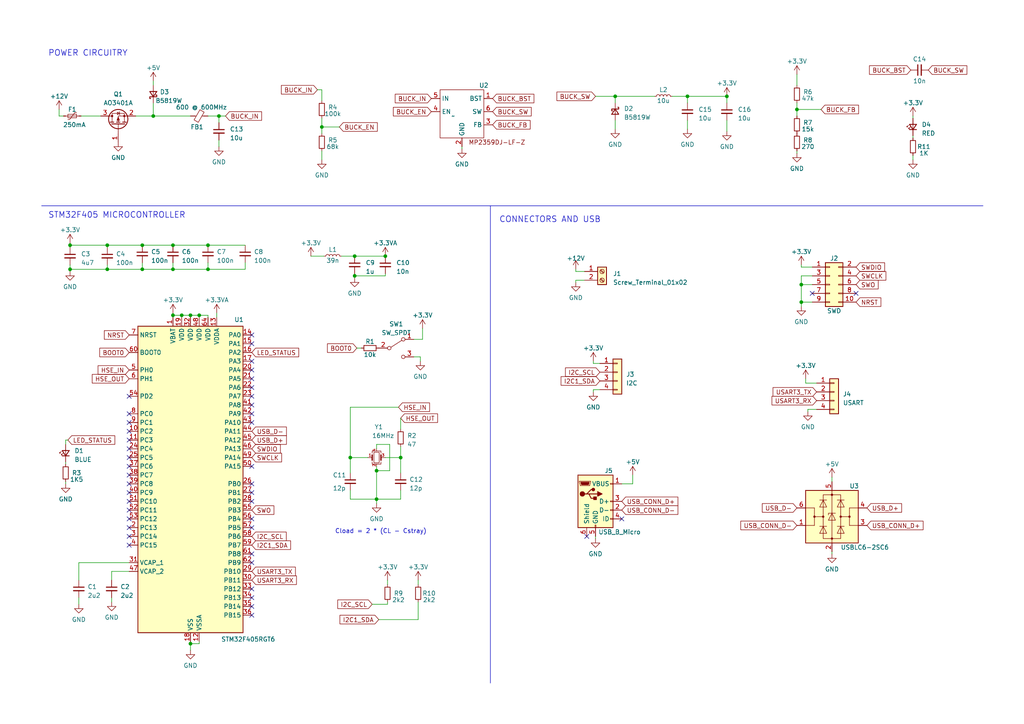
<source format=kicad_sch>
(kicad_sch (version 20230121) (generator eeschema)
  (paper "A4")
  (title_block (title "STM32F4 Test Board") (date "2023-05-26") (rev "v1.0") (company "SAI KRISHNA DASARI"))
  (lib_symbols
    (symbol "Connector:Screw_Terminal_01x02" (pin_names (offset 1.016) hide)
      (property "Reference" "J" (at 0 2.54 0))
      (property "Value" "Screw_Terminal_01x02" (at 0 -5.08 0))
      (symbol "Screw_Terminal_01x02_1_1"
        (pin passive line (at -5.08 0 0) (length 3.81) (name "Pin_1") (number "1"))
        (pin passive line (at -5.08 -2.54 0) (length 3.81) (name "Pin_2") (number "2"))
      )
    )
    (symbol "Connector:USB_B_Micro" (pin_names (offset 1.016))
      (property "Reference" "J" (at -5.08 11.43 0))
      (property "Value" "USB_B_Micro" (at -5.08 8.89 0))
      (symbol "USB_B_Micro_1_1"
        (pin power_out line (at 7.62 5.08 180) (length 2.54) (name "VBUS") (number "1"))
        (pin bidirectional line (at 7.62 -2.54 180) (length 2.54) (name "D-") (number "2"))
        (pin bidirectional line (at 7.62 0 180) (length 2.54) (name "D+") (number "3"))
        (pin passive line (at 7.62 -5.08 180) (length 2.54) (name "ID") (number "4"))
        (pin power_out line (at 0 -10.16 90) (length 2.54) (name "GND") (number "5"))
        (pin passive line (at -2.54 -10.16 90) (length 2.54) (name "Shield") (number "6"))
      )
    )
    (symbol "Connector_Generic:Conn_01x04" (pin_names (offset 1.016) hide)
      (property "Reference" "J" (at 0 5.08 0))
      (property "Value" "Conn_01x04" (at 0 -7.62 0))
      (symbol "Conn_01x04_1_1"
        (pin passive line (at -5.08 2.54 0) (length 3.81) (name "Pin_1") (number "1"))
        (pin passive line (at -5.08 0 0) (length 3.81) (name "Pin_2") (number "2"))
        (pin passive line (at -5.08 -2.54 0) (length 3.81) (name "Pin_3") (number "3"))
        (pin passive line (at -5.08 -5.08 0) (length 3.81) (name "Pin_4") (number "4"))
      )
    )
    (symbol "Connector_Generic:Conn_02x05_Odd_Even" (pin_names (offset 1.016) hide)
      (property "Reference" "J" (at 1.27 7.62 0))
      (property "Value" "Conn_02x05_Odd_Even" (at 1.27 -7.62 0))
      (symbol "Conn_02x05_Odd_Even_1_1"
        (pin passive line (at -5.08 5.08 0) (length 3.81) (name "Pin_1") (number "1"))
        (pin passive line (at 7.62 -5.08 180) (length 3.81) (name "Pin_10") (number "10"))
        (pin passive line (at 7.62 5.08 180) (length 3.81) (name "Pin_2") (number "2"))
        (pin passive line (at -5.08 2.54 0) (length 3.81) (name "Pin_3") (number "3"))
        (pin passive line (at 7.62 2.54 180) (length 3.81) (name "Pin_4") (number "4"))
        (pin passive line (at -5.08 0 0) (length 3.81) (name "Pin_5") (number "5"))
        (pin passive line (at 7.62 0 180) (length 3.81) (name "Pin_6") (number "6"))
        (pin passive line (at -5.08 -2.54 0) (length 3.81) (name "Pin_7") (number "7"))
        (pin passive line (at 7.62 -2.54 180) (length 3.81) (name "Pin_8") (number "8"))
        (pin passive line (at -5.08 -5.08 0) (length 3.81) (name "Pin_9") (number "9"))
      )
    )
    (symbol "Device:C_Small" (pin_numbers hide) (pin_names (offset 0.254) hide)
      (property "Reference" "C" (at 0.254 1.778 0))
      (property "Value" "C_Small" (at 0.254 -2.032 0))
      (symbol "C_Small_1_1"
        (pin passive line (at 0 2.54 270) (length 2.032) (name "~") (number "1"))
        (pin passive line (at 0 -2.54 90) (length 2.032) (name "~") (number "2"))
      )
    )
    (symbol "Device:Crystal_GND24_Small" (pin_names (offset 1.016) hide)
      (property "Reference" "Y" (at 1.27 4.445 0))
      (property "Value" "Crystal_GND24_Small" (at 1.27 2.54 0))
      (symbol "Crystal_GND24_Small_1_1"
        (pin passive line (at -2.54 0 0) (length 1.27) (name "1") (number "1"))
        (pin passive line (at 0 -2.54 90) (length 0.635) (name "2") (number "2"))
        (pin passive line (at 2.54 0 180) (length 1.27) (name "3") (number "3"))
        (pin passive line (at 0 2.54 270) (length 0.635) (name "4") (number "4"))
      )
    )
    (symbol "Device:D_Schottky_Small" (pin_numbers hide) (pin_names (offset 0.254) hide)
      (property "Reference" "D" (at -1.27 2.032 0))
      (property "Value" "D_Schottky_Small" (at -7.112 -2.032 0))
      (symbol "D_Schottky_Small_1_1"
        (pin passive line (at -2.54 0 0) (length 1.778) (name "K") (number "1"))
        (pin passive line (at 2.54 0 180) (length 1.778) (name "A") (number "2"))
      )
    )
    (symbol "Device:FerriteBead_Small" (pin_numbers hide) (pin_names (offset 0))
      (property "Reference" "FB" (at 1.905 1.27 0))
      (property "Value" "FerriteBead_Small" (at 1.905 -1.27 0))
      (symbol "FerriteBead_Small_1_1"
        (pin passive line (at 0 2.54 270) (length 1.27) (name "~") (number "1"))
        (pin passive line (at 0 -2.54 90) (length 1.27) (name "~") (number "2"))
      )
    )
    (symbol "Device:LED_Small" (pin_numbers hide) (pin_names (offset 0.254) hide)
      (property "Reference" "D" (at -1.27 3.175 0))
      (property "Value" "LED_Small" (at -4.445 -2.54 0))
      (symbol "LED_Small_1_1"
        (pin passive line (at -2.54 0 0) (length 1.778) (name "K") (number "1"))
        (pin passive line (at 2.54 0 180) (length 1.778) (name "A") (number "2"))
      )
    )
    (symbol "Device:L_Small" (pin_numbers hide) (pin_names (offset 0.254) hide)
      (property "Reference" "L" (at 0.762 1.016 0))
      (property "Value" "L_Small" (at 0.762 -1.016 0))
      (symbol "L_Small_1_1"
        (pin passive line (at 0 2.54 270) (length 0.508) (name "~") (number "1"))
        (pin passive line (at 0 -2.54 90) (length 0.508) (name "~") (number "2"))
      )
    )
    (symbol "Device:Polyfuse_Small" (pin_numbers hide) (pin_names (offset 0))
      (property "Reference" "F" (at -1.905 0 90))
      (property "Value" "Polyfuse_Small" (at 1.905 0 90))
      (symbol "Polyfuse_Small_1_1"
        (pin passive line (at 0 2.54 270) (length 0.635) (name "~") (number "1"))
        (pin passive line (at 0 -2.54 90) (length 0.635) (name "~") (number "2"))
      )
    )
    (symbol "Device:R_Small" (pin_numbers hide) (pin_names (offset 0.254) hide)
      (property "Reference" "R" (at 0.762 0.508 0))
      (property "Value" "R_Small" (at 0.762 -1.016 0))
      (symbol "R_Small_1_1"
        (pin passive line (at 0 2.54 270) (length 0.762) (name "~") (number "1"))
        (pin passive line (at 0 -2.54 90) (length 0.762) (name "~") (number "2"))
      )
    )
    (symbol "MCU_ST_STM32F4:STM32F405RGTx"
      (property "Reference" "U" (at -15.24 46.99 0))
      (property "Value" "STM32F405RGTx" (at 10.16 46.99 0))
      (symbol "STM32F405RGTx_1_1"
        (pin power_in line (at -5.08 48.26 270) (length 2.54) (name "VBAT") (number "1"))
        (pin bidirectional line (at -17.78 15.24 0) (length 2.54) (name "PC2") (number "10"))
        (pin bidirectional line (at -17.78 12.7 0) (length 2.54) (name "PC3") (number "11"))
        (pin power_in line (at 2.54 -45.72 90) (length 2.54) (name "VSSA") (number "12"))
        (pin power_in line (at 7.62 48.26 270) (length 2.54) (name "VDDA") (number "13"))
        (pin bidirectional line (at 17.78 43.18 180) (length 2.54) (name "PA0") (number "14"))
        (pin bidirectional line (at 17.78 40.64 180) (length 2.54) (name "PA1") (number "15"))
        (pin bidirectional line (at 17.78 38.1 180) (length 2.54) (name "PA2") (number "16"))
        (pin bidirectional line (at 17.78 35.56 180) (length 2.54) (name "PA3") (number "17"))
        (pin power_in line (at 0 -45.72 90) (length 2.54) (name "VSS") (number "18"))
        (pin power_in line (at -2.54 48.26 270) (length 2.54) (name "VDD") (number "19"))
        (pin bidirectional line (at -17.78 -12.7 0) (length 2.54) (name "PC13") (number "2"))
        (pin bidirectional line (at 17.78 33.02 180) (length 2.54) (name "PA4") (number "20"))
        (pin bidirectional line (at 17.78 30.48 180) (length 2.54) (name "PA5") (number "21"))
        (pin bidirectional line (at 17.78 27.94 180) (length 2.54) (name "PA6") (number "22"))
        (pin bidirectional line (at 17.78 25.4 180) (length 2.54) (name "PA7") (number "23"))
        (pin bidirectional line (at -17.78 10.16 0) (length 2.54) (name "PC4") (number "24"))
        (pin bidirectional line (at -17.78 7.62 0) (length 2.54) (name "PC5") (number "25"))
        (pin bidirectional line (at 17.78 0 180) (length 2.54) (name "PB0") (number "26"))
        (pin bidirectional line (at 17.78 -2.54 180) (length 2.54) (name "PB1") (number "27"))
        (pin bidirectional line (at 17.78 -5.08 180) (length 2.54) (name "PB2") (number "28"))
        (pin bidirectional line (at 17.78 -25.4 180) (length 2.54) (name "PB10") (number "29"))
        (pin bidirectional line (at -17.78 -15.24 0) (length 2.54) (name "PC14") (number "3"))
        (pin bidirectional line (at 17.78 -27.94 180) (length 2.54) (name "PB11") (number "30"))
        (pin power_out line (at -17.78 -22.86 0) (length 2.54) (name "VCAP_1") (number "31"))
        (pin power_in line (at 0 48.26 270) (length 2.54) (name "VDD") (number "32"))
        (pin bidirectional line (at 17.78 -30.48 180) (length 2.54) (name "PB12") (number "33"))
        (pin bidirectional line (at 17.78 -33.02 180) (length 2.54) (name "PB13") (number "34"))
        (pin bidirectional line (at 17.78 -35.56 180) (length 2.54) (name "PB14") (number "35"))
        (pin bidirectional line (at 17.78 -38.1 180) (length 2.54) (name "PB15") (number "36"))
        (pin bidirectional line (at -17.78 5.08 0) (length 2.54) (name "PC6") (number "37"))
        (pin bidirectional line (at -17.78 2.54 0) (length 2.54) (name "PC7") (number "38"))
        (pin bidirectional line (at -17.78 0 0) (length 2.54) (name "PC8") (number "39"))
        (pin bidirectional line (at -17.78 -17.78 0) (length 2.54) (name "PC15") (number "4"))
        (pin bidirectional line (at -17.78 -2.54 0) (length 2.54) (name "PC9") (number "40"))
        (pin bidirectional line (at 17.78 22.86 180) (length 2.54) (name "PA8") (number "41"))
        (pin bidirectional line (at 17.78 20.32 180) (length 2.54) (name "PA9") (number "42"))
        (pin bidirectional line (at 17.78 17.78 180) (length 2.54) (name "PA10") (number "43"))
        (pin bidirectional line (at 17.78 15.24 180) (length 2.54) (name "PA11") (number "44"))
        (pin bidirectional line (at 17.78 12.7 180) (length 2.54) (name "PA12") (number "45"))
        (pin bidirectional line (at 17.78 10.16 180) (length 2.54) (name "PA13") (number "46"))
        (pin power_out line (at -17.78 -25.4 0) (length 2.54) (name "VCAP_2") (number "47"))
        (pin power_in line (at 2.54 48.26 270) (length 2.54) (name "VDD") (number "48"))
        (pin bidirectional line (at 17.78 7.62 180) (length 2.54) (name "PA14") (number "49"))
        (pin bidirectional line (at -17.78 33.02 0) (length 2.54) (name "PH0") (number "5"))
        (pin bidirectional line (at 17.78 5.08 180) (length 2.54) (name "PA15") (number "50"))
        (pin bidirectional line (at -17.78 -5.08 0) (length 2.54) (name "PC10") (number "51"))
        (pin bidirectional line (at -17.78 -7.62 0) (length 2.54) (name "PC11") (number "52"))
        (pin bidirectional line (at -17.78 -10.16 0) (length 2.54) (name "PC12") (number "53"))
        (pin bidirectional line (at -17.78 25.4 0) (length 2.54) (name "PD2") (number "54"))
        (pin bidirectional line (at 17.78 -7.62 180) (length 2.54) (name "PB3") (number "55"))
        (pin bidirectional line (at 17.78 -10.16 180) (length 2.54) (name "PB4") (number "56"))
        (pin bidirectional line (at 17.78 -12.7 180) (length 2.54) (name "PB5") (number "57"))
        (pin bidirectional line (at 17.78 -15.24 180) (length 2.54) (name "PB6") (number "58"))
        (pin bidirectional line (at 17.78 -17.78 180) (length 2.54) (name "PB7") (number "59"))
        (pin bidirectional line (at -17.78 30.48 0) (length 2.54) (name "PH1") (number "6"))
        (pin input line (at -17.78 38.1 0) (length 2.54) (name "BOOT0") (number "60"))
        (pin bidirectional line (at 17.78 -20.32 180) (length 2.54) (name "PB8") (number "61"))
        (pin bidirectional line (at 17.78 -22.86 180) (length 2.54) (name "PB9") (number "62"))
        (pin passive line (at 0 -45.72 90) (length 2.54) hide (name "VSS") (number "63"))
        (pin power_in line (at 5.08 48.26 270) (length 2.54) (name "VDD") (number "64"))
        (pin input line (at -17.78 43.18 0) (length 2.54) (name "NRST") (number "7"))
        (pin bidirectional line (at -17.78 20.32 0) (length 2.54) (name "PC0") (number "8"))
        (pin bidirectional line (at -17.78 17.78 0) (length 2.54) (name "PC1") (number "9"))
      )
    )
    (symbol "Power_Protection:USBLC6-2SC6" (pin_names hide)
      (property "Reference" "U" (at 2.54 8.89 0))
      (property "Value" "USBLC6-2SC6" (at 2.54 -8.89 0))
      (symbol "USBLC6-2SC6_1_1"
        (pin passive line (at -10.16 -2.54 0) (length 2.54) (name "I/O1") (number "1"))
        (pin passive line (at 0 -10.16 90) (length 2.54) (name "GND") (number "2"))
        (pin passive line (at 10.16 -2.54 180) (length 2.54) (name "I/O2") (number "3"))
        (pin passive line (at 10.16 2.54 180) (length 2.54) (name "I/O2") (number "4"))
        (pin passive line (at 0 10.16 270) (length 2.54) (name "VBUS") (number "5"))
        (pin passive line (at -10.16 2.54 0) (length 2.54) (name "I/O1") (number "6"))
      )
    )
    (symbol "Switch:SW_SPDT" (pin_names (offset 0) hide)
      (property "Reference" "SW" (at 0 4.318 0))
      (property "Value" "SW_SPDT" (at 0 -5.08 0))
      (symbol "SW_SPDT_1_1"
        (pin passive line (at 5.08 2.54 180) (length 2.54) (name "A") (number "1"))
        (pin passive line (at -5.08 0 0) (length 2.54) (name "B") (number "2"))
        (pin passive line (at 5.08 -2.54 180) (length 2.54) (name "C") (number "3"))
      )
    )
    (symbol "Transistor_FET:AO3401A" (pin_names hide)
      (property "Reference" "Q" (at 5.08 1.905 0))
      (property "Value" "AO3401A" (at 5.08 0 0))
      (symbol "AO3401A_1_1"
        (pin input line (at -5.08 0 0) (length 2.54) (name "G") (number "1"))
        (pin passive line (at 2.54 -5.08 90) (length 2.54) (name "S") (number "2"))
        (pin passive line (at 2.54 5.08 270) (length 2.54) (name "D") (number "3"))
      )
    )
    (symbol "mp2359dj-lf-z:MP2359DJ-LF-Z"
      (property "Reference" "U1" (at 28.8677 22.86 0))
      (symbol "MP2359DJ-LF-Z_1_1"
        (text "MP2359DJ-LF-Z" (at 33.02 6.35 0) (effects (font (size 1.27 1.27))))
        (pin output line (at 31.75 19.05 180) (length 2.54) (name "BST") (number "1"))
        (pin output line (at 22.86 5.08 90) (length 2.54) (name "GND") (number "2"))
        (pin output line (at 31.75 11.43 180) (length 2.54) (name "FB") (number "3"))
        (pin input line (at 13.97 15.24 0) (length 2.54) (name "EN") (number "4"))
        (pin input line (at 13.97 19.05 0) (length 2.54) (name "IN") (number "5"))
        (pin output line (at 31.75 15.24 180) (length 2.54) (name "SW") (number "6"))
      )
    )
    (symbol "power:+12V" (power) (pin_names (offset 0))
      (property "Value" "+12V" (at 0 3.556 0))
      (symbol "+12V_1_1"
        (pin power_in line (at 0 0 90) (length 0) hide (name "+12V") (number "1"))
      )
    )
    (symbol "power:+3.3V" (power) (pin_names (offset 0))
      (property "Value" "+3.3V" (at 0 3.556 0))
      (symbol "+3.3V_1_1"
        (pin power_in line (at 0 0 90) (length 0) hide (name "+3.3V") (number "1"))
      )
    )
    (symbol "power:+3.3VA" (power) (pin_names (offset 0))
      (property "Value" "+3.3VA" (at 0 3.556 0))
      (symbol "+3.3VA_1_1"
        (pin power_in line (at 0 0 90) (length 0) hide (name "+3.3VA") (number "1"))
      )
    )
    (symbol "power:+5V" (power) (pin_names (offset 0))
      (property "Value" "+5V" (at 0 3.556 0))
      (symbol "+5V_1_1"
        (pin power_in line (at 0 0 90) (length 0) hide (name "+5V") (number "1"))
      )
    )
    (symbol "power:GND" (power) (pin_names (offset 0))
      (property "Value" "GND" (at 0 -3.81 0))
      (symbol "GND_1_1"
        (pin power_in line (at 0 0 270) (length 0) hide (name "GND") (number "1"))
      )
    )
  )
  (junction (at 102.87 80.01))
  (junction (at 60.325 71.12))
  (junction (at 109.22 136.525))
  (junction (at 232.41 87.63))
  (junction (at 55.245 91.44))
  (junction (at 50.165 71.12))
  (junction (at 20.32 78.105))
  (junction (at 41.275 78.105))
  (junction (at 102.87 74.295))
  (junction (at 31.115 78.105))
  (junction (at 109.22 144.78))
  (junction (at 20.32 71.12))
  (junction (at 63.5 33.655))
  (junction (at 199.39 27.94))
  (junction (at 101.6 132.715))
  (junction (at 57.785 91.44))
  (junction (at 178.435 27.94))
  (junction (at 55.245 186.69))
  (junction (at 116.205 132.715))
  (junction (at 44.45 33.655))
  (junction (at 52.705 91.44))
  (junction (at 232.41 82.55))
  (junction (at 231.14 31.75))
  (junction (at 210.82 27.94))
  (junction (at 60.325 78.105))
  (junction (at 93.345 36.83))
  (junction (at 31.115 71.12))
  (junction (at 50.165 91.44))
  (junction (at 41.275 71.12))
  (junction (at 50.165 78.105))
  (junction (at 111.76 74.295))
  (no_connect (at 37.465 130.175))
  (no_connect (at 73.025 114.935))
  (no_connect (at 37.465 132.715))
  (no_connect (at 73.025 178.435))
  (no_connect (at 73.025 163.195))
  (no_connect (at 73.025 140.335))
  (no_connect (at 73.025 117.475))
  (no_connect (at 73.025 160.655))
  (no_connect (at 73.025 153.035))
  (no_connect (at 73.025 112.395))
  (no_connect (at 248.285 85.09))
  (no_connect (at 73.025 173.355))
  (no_connect (at 73.025 97.155))
  (no_connect (at 73.025 170.815))
  (no_connect (at 73.025 122.555))
  (no_connect (at 235.585 85.09))
  (no_connect (at 37.465 150.495))
  (no_connect (at 37.465 140.335))
  (no_connect (at 73.025 107.315))
  (no_connect (at 73.025 99.695))
  (no_connect (at 37.465 127.635))
  (no_connect (at 37.465 122.555))
  (no_connect (at 37.465 120.015))
  (no_connect (at 37.465 147.955))
  (no_connect (at 73.025 135.255))
  (no_connect (at 73.025 142.875))
  (no_connect (at 37.465 155.575))
  (no_connect (at 73.025 120.015))
  (no_connect (at 37.465 137.795))
  (no_connect (at 37.465 158.115))
  (no_connect (at 37.465 153.035))
  (no_connect (at 73.025 109.855))
  (no_connect (at 73.025 145.415))
  (no_connect (at 37.465 142.875))
  (no_connect (at 73.025 175.895))
  (no_connect (at 170.18 155.575))
  (no_connect (at 37.465 145.415))
  (no_connect (at 73.025 150.495))
  (no_connect (at 37.465 125.095))
  (no_connect (at 180.34 150.495))
  (no_connect (at 37.465 114.935))
  (no_connect (at 73.025 104.775))
  (no_connect (at 37.465 135.255))
  (wire (pts (xy 116.205 142.24) (xy 116.205 144.78)))
  (wire (pts (xy 178.435 27.94) (xy 178.435 29.845)))
  (wire (pts (xy 71.12 78.105) (xy 71.12 76.2)))
  (wire (pts (xy 50.165 90.805) (xy 50.165 91.44)))
  (wire (pts (xy 231.14 44.45) (xy 231.14 43.815)))
  (wire (pts (xy 90.17 74.295) (xy 93.98 74.295)))
  (wire (pts (xy 113.03 128.905) (xy 113.03 136.525)))
  (wire (pts (xy 52.705 91.44) (xy 55.245 91.44)))
  (wire (pts (xy 19.05 127.635) (xy 19.685 127.635)))
  (wire (pts (xy 41.275 71.12) (xy 50.165 71.12)))
  (wire (pts (xy 19.05 133.985) (xy 19.05 134.62)))
  (wire (pts (xy 50.165 76.2) (xy 50.165 78.105)))
  (wire (pts (xy 232.41 82.55) (xy 232.41 80.01)))
  (wire (pts (xy 101.6 118.11) (xy 101.6 132.715)))
  (wire (pts (xy 234.315 118.745) (xy 234.315 119.38)))
  (wire (pts (xy 101.6 142.24) (xy 101.6 144.78)))
  (polyline (pts (xy 142.24 59.69) (xy 285.115 59.69)))
  (wire (pts (xy 23.495 33.655) (xy 29.21 33.655)))
  (wire (pts (xy 19.05 128.905) (xy 19.05 127.635)))
  (wire (pts (xy 232.41 80.01) (xy 235.585 80.01)))
  (wire (pts (xy 55.245 186.69) (xy 55.245 188.595)))
  (wire (pts (xy 264.795 33.655) (xy 264.795 34.29)))
  (wire (pts (xy 17.145 33.655) (xy 18.415 33.655)))
  (wire (pts (xy 20.32 71.12) (xy 20.32 71.755)))
  (wire (pts (xy 102.87 74.295) (xy 111.76 74.295)))
  (wire (pts (xy 120.015 103.505) (xy 121.92 103.505)))
  (wire (pts (xy 50.165 91.44) (xy 52.705 91.44)))
  (wire (pts (xy 101.6 137.16) (xy 101.6 132.715)))
  (wire (pts (xy 231.14 29.845) (xy 231.14 31.75)))
  (wire (pts (xy 22.86 168.275) (xy 22.86 163.195)))
  (wire (pts (xy 99.06 74.295) (xy 102.87 74.295)))
  (wire (pts (xy 63.5 33.655) (xy 65.405 33.655)))
  (wire (pts (xy 57.785 91.44) (xy 57.785 92.075)))
  (wire (pts (xy 121.92 103.505) (xy 121.92 104.775)))
  (wire (pts (xy 210.82 27.94) (xy 199.39 27.94)))
  (wire (pts (xy 44.45 23.495) (xy 44.45 24.765)))
  (wire (pts (xy 102.87 80.01) (xy 102.87 80.645)))
  (polyline (pts (xy 12.065 59.69) (xy 142.24 59.69)))
  (wire (pts (xy 102.87 79.375) (xy 102.87 80.01)))
  (wire (pts (xy 57.785 186.055) (xy 57.785 186.69)))
  (wire (pts (xy 232.41 88.9) (xy 232.41 87.63)))
  (wire (pts (xy 32.385 168.275) (xy 32.385 165.735)))
  (wire (pts (xy 172.085 113.03) (xy 172.085 113.665)))
  (wire (pts (xy 167.005 81.28) (xy 167.005 81.915)))
  (wire (pts (xy 112.395 168.275) (xy 112.395 169.545)))
  (polyline (pts (xy 142.24 59.69) (xy 142.24 198.12)))
  (wire (pts (xy 116.205 129.54) (xy 116.205 132.715)))
  (wire (pts (xy 109.22 128.905) (xy 113.03 128.905)))
  (wire (pts (xy 210.82 29.845) (xy 210.82 27.94)))
  (wire (pts (xy 57.785 91.44) (xy 60.325 91.44)))
  (wire (pts (xy 113.03 136.525) (xy 109.22 136.525)))
  (wire (pts (xy 109.22 136.525) (xy 109.22 144.78)))
  (wire (pts (xy 22.86 175.26) (xy 22.86 173.355)))
  (wire (pts (xy 57.785 186.69) (xy 55.245 186.69)))
  (wire (pts (xy 232.41 87.63) (xy 235.585 87.63)))
  (wire (pts (xy 63.5 33.655) (xy 63.5 35.56)))
  (wire (pts (xy 235.585 77.47) (xy 232.41 77.47)))
  (wire (pts (xy 178.435 34.925) (xy 178.435 37.465)))
  (wire (pts (xy 236.855 111.125) (xy 233.68 111.125)))
  (wire (pts (xy 50.165 91.44) (xy 50.165 92.075)))
  (wire (pts (xy 101.6 144.78) (xy 109.22 144.78)))
  (wire (pts (xy 232.41 87.63) (xy 232.41 82.55)))
  (wire (pts (xy 116.205 132.715) (xy 116.205 137.16)))
  (wire (pts (xy 264.795 46.355) (xy 264.795 45.085)))
  (wire (pts (xy 31.115 78.105) (xy 41.275 78.105)))
  (wire (pts (xy 41.275 76.2) (xy 41.275 78.105)))
  (wire (pts (xy 183.515 140.335) (xy 183.515 137.795)))
  (wire (pts (xy 180.34 140.335) (xy 183.515 140.335)))
  (wire (pts (xy 22.86 163.195) (xy 37.465 163.195)))
  (wire (pts (xy 167.005 78.105) (xy 167.005 78.74)))
  (wire (pts (xy 111.76 132.715) (xy 116.205 132.715)))
  (wire (pts (xy 44.45 33.655) (xy 55.245 33.655)))
  (wire (pts (xy 20.32 70.485) (xy 20.32 71.12)))
  (wire (pts (xy 93.345 34.29) (xy 93.345 36.83)))
  (wire (pts (xy 93.345 26.035) (xy 93.345 29.21)))
  (wire (pts (xy 60.325 71.12) (xy 71.12 71.12)))
  (wire (pts (xy 109.22 144.78) (xy 116.205 144.78)))
  (wire (pts (xy 232.41 82.55) (xy 235.585 82.55)))
  (wire (pts (xy 172.72 27.94) (xy 178.435 27.94)))
  (wire (pts (xy 236.855 118.745) (xy 234.315 118.745)))
  (wire (pts (xy 122.555 98.425) (xy 122.555 95.25)))
  (wire (pts (xy 60.325 91.44) (xy 60.325 92.075)))
  (wire (pts (xy 52.705 91.44) (xy 52.705 92.075)))
  (wire (pts (xy 167.005 78.74) (xy 169.545 78.74)))
  (wire (pts (xy 63.5 40.64) (xy 63.5 42.545)))
  (wire (pts (xy 55.245 91.44) (xy 57.785 91.44)))
  (wire (pts (xy 107.95 175.26) (xy 112.395 175.26)))
  (wire (pts (xy 93.345 36.83) (xy 93.345 38.735)))
  (wire (pts (xy 62.865 90.805) (xy 62.865 92.075)))
  (wire (pts (xy 233.68 111.125) (xy 233.68 109.855)))
  (wire (pts (xy 120.015 98.425) (xy 122.555 98.425)))
  (wire (pts (xy 60.325 76.2) (xy 60.325 78.105)))
  (wire (pts (xy 103.505 100.965) (xy 104.775 100.965)))
  (wire (pts (xy 210.82 34.925) (xy 210.82 38.1)))
  (wire (pts (xy 31.115 71.12) (xy 41.275 71.12)))
  (wire (pts (xy 41.275 78.105) (xy 50.165 78.105)))
  (wire (pts (xy 173.99 113.03) (xy 172.085 113.03)))
  (wire (pts (xy 121.285 168.275) (xy 121.285 169.545)))
  (wire (pts (xy 50.165 78.105) (xy 60.325 78.105)))
  (wire (pts (xy 31.115 71.12) (xy 31.115 71.755)))
  (wire (pts (xy 109.22 146.05) (xy 109.22 144.78)))
  (wire (pts (xy 17.145 31.75) (xy 17.145 33.655)))
  (wire (pts (xy 199.39 34.925) (xy 199.39 37.465)))
  (wire (pts (xy 169.545 81.28) (xy 167.005 81.28)))
  (wire (pts (xy 172.72 156.21) (xy 172.72 155.575)))
  (wire (pts (xy 231.14 31.75) (xy 238.125 31.75)))
  (wire (pts (xy 60.325 33.655) (xy 63.5 33.655)))
  (wire (pts (xy 231.14 31.75) (xy 231.14 33.655)))
  (wire (pts (xy 133.985 43.18) (xy 133.985 42.545)))
  (wire (pts (xy 55.245 186.055) (xy 55.245 186.69)))
  (wire (pts (xy 112.395 175.26) (xy 112.395 174.625)))
  (wire (pts (xy 232.41 77.47) (xy 232.41 76.835)))
  (wire (pts (xy 172.085 105.41) (xy 172.085 104.775)))
  (wire (pts (xy 92.075 26.035) (xy 93.345 26.035)))
  (wire (pts (xy 241.3 160.655) (xy 241.3 160.02)))
  (wire (pts (xy 20.32 78.105) (xy 20.32 78.74)))
  (wire (pts (xy 115.57 118.11) (xy 101.6 118.11)))
  (wire (pts (xy 44.45 29.845) (xy 44.45 33.655)))
  (wire (pts (xy 101.6 132.715) (xy 106.68 132.715)))
  (wire (pts (xy 19.05 140.335) (xy 19.05 139.7)))
  (wire (pts (xy 55.245 91.44) (xy 55.245 92.075)))
  (wire (pts (xy 173.99 105.41) (xy 172.085 105.41)))
  (wire (pts (xy 32.385 165.735) (xy 37.465 165.735)))
  (wire (pts (xy 121.285 179.705) (xy 109.855 179.705)))
  (wire (pts (xy 109.22 130.175) (xy 109.22 128.905)))
  (wire (pts (xy 32.385 174.625) (xy 32.385 173.355)))
  (wire (pts (xy 20.32 76.835) (xy 20.32 78.105)))
  (wire (pts (xy 178.435 27.94) (xy 189.865 27.94)))
  (wire (pts (xy 264.795 40.005) (xy 264.795 39.37)))
  (wire (pts (xy 111.76 79.375) (xy 111.76 80.01)))
  (wire (pts (xy 199.39 27.94) (xy 199.39 29.845)))
  (wire (pts (xy 116.205 121.285) (xy 116.205 124.46)))
  (wire (pts (xy 20.32 78.105) (xy 31.115 78.105)))
  (wire (pts (xy 60.325 78.105) (xy 71.12 78.105)))
  (wire (pts (xy 39.37 33.655) (xy 44.45 33.655)))
  (wire (pts (xy 93.345 43.815) (xy 93.345 46.355)))
  (wire (pts (xy 93.345 36.83) (xy 98.425 36.83)))
  (wire (pts (xy 20.32 71.12) (xy 31.115 71.12)))
  (wire (pts (xy 241.3 138.43) (xy 241.3 139.7)))
  (wire (pts (xy 194.945 27.94) (xy 199.39 27.94)))
  (wire (pts (xy 50.165 71.12) (xy 60.325 71.12)))
  (wire (pts (xy 121.285 174.625) (xy 121.285 179.705)))
  (wire (pts (xy 109.22 135.255) (xy 109.22 136.525)))
  (wire (pts (xy 111.76 80.01) (xy 102.87 80.01)))
  (wire (pts (xy 231.14 21.59) (xy 231.14 24.765)))
  (wire (pts (xy 31.115 76.835) (xy 31.115 78.105)))
  (text "Cload = 2 * (CL - Cstray)" (at 97.155 154.94 0) (effects (font (size 1.27 1.27)) (justify left bottom)))
  (text "STM32F405 MICROCONTROLLER" (at 13.97 63.5 0) (effects (font (size 1.7 1.7)) (justify left bottom)))
  (text "CONNECTORS AND USB" (at 144.78 64.77 0) (effects (font (size 1.7 1.7)) (justify left bottom)))
  (text "POWER CIRCUITRY" (at 13.97 16.51 0) (effects (font (size 1.7 1.7)) (justify left bottom)))
  (global_label "BOOT0" (shape input) (at 37.465 102.235 180) (property "Intersheetrefs" "${INTERSHEET_REFS}" (effects hide)))
  (global_label "USB_CONN_D+" (shape input) (at 180.34 145.415 0) (property "Intersheetrefs" "${INTERSHEET_REFS}" (effects hide)))
  (global_label "HSE_IN" (shape input) (at 115.57 118.11 0) (property "Intersheetrefs" "${INTERSHEET_REFS}" (effects hide)))
  (global_label "I2C1_SDA" (shape input) (at 109.855 179.705 180) (property "Intersheetrefs" "${INTERSHEET_REFS}" (effects hide)))
  (global_label "LED_STATUS" (shape input) (at 19.685 127.635 0) (property "Intersheetrefs" "${INTERSHEET_REFS}" (effects hide)))
  (global_label "SWO" (shape input) (at 248.285 82.55 0) (property "Intersheetrefs" "${INTERSHEET_REFS}" (effects hide)))
  (global_label "SWDIO" (shape input) (at 248.285 77.47 0) (property "Intersheetrefs" "${INTERSHEET_REFS}" (effects hide)))
  (global_label "BUCK_FB" (shape input) (at 238.125 31.75 0) (property "Intersheetrefs" "${INTERSHEET_REFS}" (effects hide)))
  (global_label "HSE_OUT" (shape input) (at 37.465 109.855 180) (property "Intersheetrefs" "${INTERSHEET_REFS}" (effects hide)))
  (global_label "BUCK_SW" (shape input) (at 269.24 20.32 0) (property "Intersheetrefs" "${INTERSHEET_REFS}" (effects hide)))
  (global_label "USB_CONN_D+" (shape input) (at 251.46 152.4 0) (property "Intersheetrefs" "${INTERSHEET_REFS}" (effects hide)))
  (global_label "HSE_OUT" (shape input) (at 116.205 121.285 0) (property "Intersheetrefs" "${INTERSHEET_REFS}" (effects hide)))
  (global_label "USART3_RX" (shape input) (at 73.025 168.275 0) (property "Intersheetrefs" "${INTERSHEET_REFS}" (effects hide)))
  (global_label "BOOT0" (shape input) (at 103.505 100.965 180) (property "Intersheetrefs" "${INTERSHEET_REFS}" (effects hide)))
  (global_label "USART3_TX" (shape input) (at 236.855 113.665 180) (property "Intersheetrefs" "${INTERSHEET_REFS}" (effects hide)))
  (global_label "BUCK_BST" (shape input) (at 264.16 20.32 180) (property "Intersheetrefs" "${INTERSHEET_REFS}" (effects hide)))
  (global_label "USART3_RX" (shape input) (at 236.855 116.205 180) (property "Intersheetrefs" "${INTERSHEET_REFS}" (effects hide)))
  (global_label "USB_CONN_D-" (shape input) (at 180.34 147.955 0) (property "Intersheetrefs" "${INTERSHEET_REFS}" (effects hide)))
  (global_label "SWDIO" (shape input) (at 73.025 130.175 0) (property "Intersheetrefs" "${INTERSHEET_REFS}" (effects hide)))
  (global_label "BUCK_EN" (shape input) (at 98.425 36.83 0) (property "Intersheetrefs" "${INTERSHEET_REFS}" (effects hide)))
  (global_label "USART3_TX" (shape input) (at 73.025 165.735 0) (property "Intersheetrefs" "${INTERSHEET_REFS}" (effects hide)))
  (global_label "LED_STATUS" (shape input) (at 73.025 102.235 0) (property "Intersheetrefs" "${INTERSHEET_REFS}" (effects hide)))
  (global_label "BUCK_EN" (shape input) (at 125.095 32.385 180) (property "Intersheetrefs" "${INTERSHEET_REFS}" (effects hide)))
  (global_label "I2C_SCL" (shape input) (at 73.025 155.575 0) (property "Intersheetrefs" "${INTERSHEET_REFS}" (effects hide)))
  (global_label "BUCK_BST" (shape input) (at 142.875 28.575 0) (property "Intersheetrefs" "${INTERSHEET_REFS}" (effects hide)))
  (global_label "BUCK_IN" (shape input) (at 125.095 28.575 180) (property "Intersheetrefs" "${INTERSHEET_REFS}" (effects hide)))
  (global_label "USB_D+" (shape input) (at 251.46 147.32 0) (property "Intersheetrefs" "${INTERSHEET_REFS}" (effects hide)))
  (global_label "SWCLK" (shape input) (at 248.285 80.01 0) (property "Intersheetrefs" "${INTERSHEET_REFS}" (effects hide)))
  (global_label "HSE_IN" (shape input) (at 37.465 107.315 180) (property "Intersheetrefs" "${INTERSHEET_REFS}" (effects hide)))
  (global_label "SWCLK" (shape input) (at 73.025 132.715 0) (property "Intersheetrefs" "${INTERSHEET_REFS}" (effects hide)))
  (global_label "I2C_SCL" (shape input) (at 107.95 175.26 180) (property "Intersheetrefs" "${INTERSHEET_REFS}" (effects hide)))
  (global_label "I2C1_SDA" (shape input) (at 173.99 110.49 180) (property "Intersheetrefs" "${INTERSHEET_REFS}" (effects hide)))
  (global_label "NRST" (shape input) (at 37.465 97.155 180) (property "Intersheetrefs" "${INTERSHEET_REFS}" (effects hide)))
  (global_label "I2C_SCL" (shape input) (at 173.99 107.95 180) (property "Intersheetrefs" "${INTERSHEET_REFS}" (effects hide)))
  (global_label "USB_CONN_D-" (shape input) (at 231.14 152.4 180) (property "Intersheetrefs" "${INTERSHEET_REFS}" (effects hide)))
  (global_label "BUCK_SW" (shape input) (at 172.72 27.94 180) (property "Intersheetrefs" "${INTERSHEET_REFS}" (effects hide)))
  (global_label "I2C1_SDA" (shape input) (at 73.025 158.115 0) (property "Intersheetrefs" "${INTERSHEET_REFS}" (effects hide)))
  (global_label "BUCK_FB" (shape input) (at 142.875 36.195 0) (property "Intersheetrefs" "${INTERSHEET_REFS}" (effects hide)))
  (global_label "USB_D-" (shape input) (at 231.14 147.32 180) (property "Intersheetrefs" "${INTERSHEET_REFS}" (effects hide)))
  (global_label "NRST" (shape input) (at 248.285 87.63 0) (property "Intersheetrefs" "${INTERSHEET_REFS}" (effects hide)))
  (global_label "SWO" (shape input) (at 73.025 147.955 0) (property "Intersheetrefs" "${INTERSHEET_REFS}" (effects hide)))
  (global_label "BUCK_SW" (shape input) (at 142.875 32.385 0) (property "Intersheetrefs" "${INTERSHEET_REFS}" (effects hide)))
  (global_label "USB_D+" (shape input) (at 73.025 127.635 0) (property "Intersheetrefs" "${INTERSHEET_REFS}" (effects hide)))
  (global_label "BUCK_IN" (shape input) (at 65.405 33.655 0) (property "Intersheetrefs" "${INTERSHEET_REFS}" (effects hide)))
  (global_label "BUCK_IN" (shape input) (at 92.075 26.035 180) (property "Intersheetrefs" "${INTERSHEET_REFS}" (effects hide)))
  (global_label "USB_D-" (shape input) (at 73.025 125.095 0) (property "Intersheetrefs" "${INTERSHEET_REFS}" (effects hide)))
  (symbol (lib_id "Device:R_Small") (at 121.285 172.085 0) (unit 1)
    (property "Reference" "R10" (at 124.46 172.085 0))
    (property "Value" "2k2" (at 124.46 173.99 0))
  )
  (symbol (lib_id "power:+3.3V") (at 231.14 21.59 0) (unit 1)
    (property "Reference" "#PWR025" (effects hide))
    (property "Value" "+3.3V" (at 231.14 17.78 0))
  )
  (symbol (lib_id "power:+3.3VA") (at 111.76 74.295 0) (unit 1)
    (property "Reference" "#PWR012" (effects hide))
    (property "Value" "+3.3VA" (at 111.76 70.485 0))
  )
  (symbol (lib_id "Device:C_Small") (at 50.165 73.66 0) (unit 1)
    (property "Reference" "C6" (at 52.705 73.0313 0) (effects (justify left)))
    (property "Value" "100n" (at 52.705 75.5713 0) (effects (justify left)))
  )
  (symbol (lib_id "Device:R_Small") (at 107.315 100.965 90) (unit 1)
    (property "Reference" "R1" (at 107.315 99.06 90))
    (property "Value" "10k" (at 107.315 102.87 90))
  )
  (symbol (lib_id "power:GND") (at 34.29 41.275 0) (unit 1)
    (property "Reference" "#PWR017" (effects hide))
    (property "Value" "GND" (at 34.29 45.72 0))
  )
  (symbol (lib_id "Device:R_Small") (at 231.14 27.305 0) (unit 1)
    (property "Reference" "R6" (at 234.315 26.67 0))
    (property "Value" "47k" (at 234.315 28.575 0))
  )
  (symbol (lib_id "Device:Polyfuse_Small") (at 20.955 33.655 90) (unit 1)
    (property "Reference" "F1" (at 20.955 31.75 90))
    (property "Value" "250mA" (at 21.59 36.195 90))
  )
  (symbol (lib_id "Device:R_Small") (at 93.345 41.275 0) (unit 1)
    (property "Reference" "R5" (at 96.52 40.64 0))
    (property "Value" "68k" (at 96.52 42.545 0))
  )
  (symbol (lib_id "power:GND") (at 232.41 88.9 0) (unit 1)
    (property "Reference" "#PWR029" (effects hide))
    (property "Value" "GND" (at 232.41 93.345 0))
  )
  (symbol (lib_id "power:GND") (at 63.5 42.545 0) (unit 1)
    (property "Reference" "#PWR018" (effects hide))
    (property "Value" "GND" (at 63.5 46.99 0))
  )
  (symbol (lib_id "Device:C_Small") (at 41.275 73.66 0) (unit 1)
    (property "Reference" "C5" (at 43.815 73.0313 0) (effects (justify left)))
    (property "Value" "100n" (at 43.815 75.5713 0) (effects (justify left)))
  )
  (symbol (lib_id "Device:C_Small") (at 116.205 139.7 0) (unit 1)
    (property "Reference" "C12" (at 118.745 139.0713 0) (effects (justify left)))
    (property "Value" "12p" (at 118.745 141.6113 0) (effects (justify left)))
  )
  (symbol (lib_id "power:GND") (at 19.05 140.335 0) (unit 1)
    (property "Reference" "#PWR014" (effects hide))
    (property "Value" "GND" (at 19.05 144.78 0))
  )
  (symbol (lib_id "power:GND") (at 264.795 46.355 0) (unit 1)
    (property "Reference" "#PWR041" (effects hide))
    (property "Value" "GND" (at 264.795 50.8 0))
  )
  (symbol (lib_id "Device:R_Small") (at 231.14 36.195 0) (unit 1)
    (property "Reference" "R7" (at 234.315 35.56 0))
    (property "Value" "15k" (at 234.315 37.465 0))
  )
  (symbol (lib_id "Device:D_Schottky_Small") (at 44.45 27.305 90) (unit 1)
    (property "Reference" "D3" (at 46.355 26.67 90) (effects (justify right)))
    (property "Value" "B5819W" (at 45.085 29.21 90) (effects (justify right)))
  )
  (symbol (lib_id "Device:R_Small") (at 116.205 127 0) (unit 1)
    (property "Reference" "R2" (at 118.11 126.365 0) (effects (justify left)))
    (property "Value" "47" (at 118.11 128.905 0) (effects (justify left)))
  )
  (symbol (lib_id "Device:D_Schottky_Small") (at 178.435 32.385 270) (unit 1)
    (property "Reference" "D2" (at 180.975 31.496 90) (effects (justify left)))
    (property "Value" "B5819W" (at 180.975 34.036 90) (effects (justify left)))
  )
  (symbol (lib_id "power:+3.3V") (at 121.285 168.275 0) (unit 1)
    (property "Reference" "#PWR035" (effects hide))
    (property "Value" "+3.3V" (at 121.285 164.465 0))
  )
  (symbol (lib_id "power:+5V") (at 241.3 138.43 0) (unit 1)
    (property "Reference" "#PWR039" (effects hide))
    (property "Value" "+5V" (at 241.3 134.62 0))
  )
  (symbol (lib_id "Device:C_Small") (at 199.39 32.385 0) (unit 1)
    (property "Reference" "C15" (at 202.565 31.7563 0) (effects (justify left)))
    (property "Value" "10u" (at 202.565 34.2963 0) (effects (justify left)))
  )
  (symbol (lib_id "Device:C_Small") (at 102.87 76.835 0) (unit 1)
    (property "Reference" "C9" (at 106.045 76.2063 0) (effects (justify left)))
    (property "Value" "1u" (at 106.045 78.7463 0) (effects (justify left)))
  )
  (symbol (lib_id "power:GND") (at 93.345 46.355 0) (unit 1)
    (property "Reference" "#PWR019" (effects hide))
    (property "Value" "GND" (at 93.345 50.8 0))
  )
  (symbol (lib_id "power:GND") (at 234.315 119.38 0) (unit 1)
    (property "Reference" "#PWR033" (effects hide))
    (property "Value" "GND" (at 234.315 123.825 0))
  )
  (symbol (lib_id "MCU_ST_STM32F4:STM32F405RGTx") (at 55.245 140.335 0) (unit 1)
    (property "Reference" "U1" (at 67.945 92.71 0) (effects (justify left)))
    (property "Value" "STM32F405RGT6" (at 64.135 185.42 0) (effects (justify left)))
    (property "Footprint" "Package_QFP:LQFP-64_10x10mm_P0.5mm" (effects hide))
    (property "Datasheet" "https://www.st.com/resource/en/datasheet/stm32f405rg.pdf" (effects hide))
  )
  (symbol (lib_id "power:+3.3V") (at 50.165 90.805 0) (unit 1)
    (property "Reference" "#PWR02" (effects hide))
    (property "Value" "+3.3V" (at 50.165 86.995 0))
  )
  (symbol (lib_id "power:+3.3V") (at 210.82 27.94 0) (unit 1)
    (property "Reference" "#PWR023" (effects hide))
    (property "Value" "+3.3V" (at 210.82 24.13 0))
  )
  (symbol (lib_id "power:GND") (at 167.005 81.915 0) (unit 1)
    (property "Reference" "#PWR027" (effects hide))
    (property "Value" "GND" (at 167.005 86.36 0))
  )
  (symbol (lib_id "Device:C_Small") (at 266.7 20.32 90) (unit 1)
    (property "Reference" "C14" (at 266.7 17.145 90))
    (property "Value" "10n" (at 266.7 23.495 90))
  )
  (symbol (lib_id "power:+3.3V") (at 112.395 168.275 0) (unit 1)
    (property "Reference" "#PWR034" (effects hide))
    (property "Value" "+3.3V" (at 112.395 164.465 0))
  )
  (symbol (lib_id "power:+3.3V") (at 20.32 70.485 0) (unit 1)
    (property "Reference" "#PWR08" (effects hide))
    (property "Value" "+3.3V" (at 20.32 66.675 0))
  )
  (symbol (lib_id "power:GND") (at 121.92 104.775 0) (unit 1)
    (property "Reference" "#PWR07" (effects hide))
    (property "Value" "GND" (at 121.92 109.22 0))
  )
  (symbol (lib_id "power:GND") (at 22.86 175.26 0) (unit 1)
    (property "Reference" "#PWR04" (effects hide))
    (property "Value" "GND" (at 22.86 179.705 0))
  )
  (symbol (lib_id "Device:LED_Small") (at 19.05 131.445 90) (unit 1)
    (property "Reference" "D1" (at 21.59 130.7465 90) (effects (justify right)))
    (property "Value" "BLUE" (at 21.59 133.2865 90) (effects (justify right)))
  )
  (symbol (lib_id "power:+3.3V") (at 233.68 109.855 0) (unit 1)
    (property "Reference" "#PWR031" (effects hide))
    (property "Value" "+3.3V" (at 233.68 106.045 0))
  )
  (symbol (lib_id "Device:C_Small") (at 31.115 74.295 0) (unit 1)
    (property "Reference" "C4" (at 33.655 73.6663 0) (effects (justify left)))
    (property "Value" "100n" (at 33.655 76.2063 0) (effects (justify left)))
  )
  (symbol (lib_id "power:GND") (at 178.435 37.465 0) (unit 1)
    (property "Reference" "#PWR020" (effects hide))
    (property "Value" "GND" (at 178.435 41.91 0))
  )
  (symbol (lib_id "power:+5V") (at 44.45 23.495 0) (unit 1)
    (property "Reference" "#PWR038" (effects hide))
    (property "Value" "+5V" (at 44.45 19.685 0))
  )
  (symbol (lib_id "Connector_Generic:Conn_01x04") (at 179.07 107.95 0) (unit 1)
    (property "Reference" "J3" (at 181.61 108.585 0) (effects (justify left)))
    (property "Value" "I2C" (at 181.61 111.125 0) (effects (justify left)))
  )
  (symbol (lib_id "Device:R_Small") (at 112.395 172.085 0) (unit 1)
    (property "Reference" "R9" (at 115.57 172.085 0))
    (property "Value" "2k2" (at 115.57 173.99 0))
  )
  (symbol (lib_id "power:+3.3V") (at 172.085 104.775 0) (unit 1)
    (property "Reference" "#PWR030" (effects hide))
    (property "Value" "+3.3V" (at 172.085 100.965 0))
  )
  (symbol (lib_id "Device:R_Small") (at 93.345 31.75 0) (unit 1)
    (property "Reference" "R4" (at 96.52 31.115 0))
    (property "Value" "100k" (at 96.52 33.02 0))
  )
  (symbol (lib_id "power:+5V") (at 183.515 137.795 0) (unit 1)
    (property "Reference" "#PWR037" (effects hide))
    (property "Value" "+5V" (at 183.515 133.985 0))
  )
  (symbol (lib_id "Connector_Generic:Conn_02x05_Odd_Even") (at 240.665 82.55 0) (unit 1)
    (property "Reference" "J2" (at 241.935 74.93 0))
    (property "Value" "SWD" (at 241.935 90.17 0))
  )
  (symbol (lib_id "Device:FerriteBead_Small") (at 57.785 33.655 90) (unit 1)
    (property "Reference" "FB1" (at 57.15 36.83 90))
    (property "Value" "600 @ 600MHz" (at 58.42 31.115 90))
  )
  (symbol (lib_id "Device:C_Small") (at 22.86 170.815 0) (unit 1)
    (property "Reference" "C1" (at 25.4 170.1863 0) (effects (justify left)))
    (property "Value" "2u2" (at 25.4 172.72 0) (effects (justify left)))
  )
  (symbol (lib_id "power:+3.3V") (at 232.41 76.835 0) (unit 1)
    (property "Reference" "#PWR028" (effects hide))
    (property "Value" "+3.3V" (at 232.41 73.025 0))
  )
  (symbol (lib_id "power:GND") (at 32.385 174.625 0) (unit 1)
    (property "Reference" "#PWR05" (effects hide))
    (property "Value" "GND" (at 32.385 179.07 0))
  )
  (symbol (lib_id "Device:C_Small") (at 111.76 76.835 0) (unit 1)
    (property "Reference" "C10" (at 114.935 76.2063 0) (effects (justify left)))
    (property "Value" "10n" (at 114.935 78.7463 0) (effects (justify left)))
  )
  (symbol (lib_id "power:+3.3V") (at 122.555 95.25 0) (unit 1)
    (property "Reference" "#PWR06" (effects hide))
    (property "Value" "+3.3V" (at 122.555 91.44 0))
  )
  (symbol (lib_id "power:+3.3V") (at 264.795 33.655 0) (unit 1)
    (property "Reference" "#PWR042" (effects hide))
    (property "Value" "+3.3V" (at 264.795 29.845 0))
  )
  (symbol (lib_id "power:GND") (at 241.3 160.655 0) (unit 1)
    (property "Reference" "#PWR040" (effects hide))
    (property "Value" "GND" (at 241.3 165.1 0))
  )
  (symbol (lib_id "power:GND") (at 172.085 113.665 0) (unit 1)
    (property "Reference" "#PWR032" (effects hide))
    (property "Value" "GND" (at 172.085 118.11 0))
  )
  (symbol (lib_id "Switch:SW_SPDT") (at 114.935 100.965 0) (unit 1)
    (property "Reference" "SW1" (at 114.935 93.98 0))
    (property "Value" "SW_SPDT" (at 114.935 96.52 0))
  )
  (symbol (lib_id "power:GND") (at 102.87 80.645 0) (unit 1)
    (property "Reference" "#PWR011" (effects hide))
    (property "Value" "GND" (at 102.87 85.09 0))
  )
  (symbol (lib_id "Device:R_Small") (at 264.795 42.545 0) (unit 1)
    (property "Reference" "R11" (at 267.97 42.545 0))
    (property "Value" "1K" (at 267.97 44.45 0))
  )
  (symbol (lib_id "Device:C_Small") (at 71.12 73.66 0) (unit 1)
    (property "Reference" "C8" (at 73.66 73.0313 0) (effects (justify left)))
    (property "Value" "100n" (at 73.66 75.5713 0) (effects (justify left)))
  )
  (symbol (lib_id "power:GND") (at 109.22 146.05 0) (unit 1)
    (property "Reference" "#PWR013" (effects hide))
    (property "Value" "GND" (at 109.22 150.495 0))
  )
  (symbol (lib_id "power:+12V") (at 167.005 78.105 0) (unit 1)
    (property "Reference" "#PWR026" (effects hide))
    (property "Value" "+12V" (at 167.005 74.93 0))
  )
  (symbol (lib_id "Device:R_Small") (at 231.14 41.275 0) (unit 1)
    (property "Reference" "R8" (at 234.315 40.64 0))
    (property "Value" "270" (at 234.315 42.545 0))
  )
  (symbol (lib_id "Device:C_Small") (at 210.82 32.385 0) (unit 1)
    (property "Reference" "C16" (at 213.995 31.7563 0) (effects (justify left)))
    (property "Value" "10u" (at 213.995 34.2963 0) (effects (justify left)))
  )
  (symbol (lib_id "Device:L_Small") (at 96.52 74.295 90) (unit 1)
    (property "Reference" "L1" (at 96.52 72.39 90))
    (property "Value" "39n" (at 96.52 75.565 90))
  )
  (symbol (lib_id "Device:C_Small") (at 20.32 74.295 0) (unit 1)
    (property "Reference" "C3" (at 23.495 73.6663 0) (effects (justify left)))
    (property "Value" "4u7" (at 23.495 76.2063 0) (effects (justify left)))
  )
  (symbol (lib_id "Power_Protection:USBLC6-2SC6") (at 241.3 149.86 0) (unit 1)
    (property "Reference" "U3" (at 246.38 140.97 0) (effects (justify left)))
    (property "Value" "USBLC6-2SC6" (at 243.84 158.75 0) (effects (justify left)))
    (property "Footprint" "Package_TO_SOT_SMD:SOT-23-6" (effects hide))
    (property "Datasheet" "https://www.st.com/resource/en/datasheet/usblc6-2.pdf" (effects hide))
  )
  (symbol (lib_id "Device:C_Small") (at 101.6 139.7 0) (unit 1)
    (property "Reference" "C11" (at 96.52 137.795 0) (effects (justify left)))
    (property "Value" "12p" (at 96.52 141.605 0) (effects (justify left)))
  )
  (symbol (lib_id "power:+12V") (at 17.145 31.75 0) (unit 1)
    (property "Reference" "#PWR016" (effects hide))
    (property "Value" "+12V" (at 17.145 27.94 0))
  )
  (symbol (lib_id "power:GND") (at 172.72 156.21 0) (unit 1)
    (property "Reference" "#PWR036" (effects hide))
    (property "Value" "GND" (at 172.72 160.655 0))
  )
  (symbol (lib_id "power:GND") (at 55.245 188.595 0) (unit 1)
    (property "Reference" "#PWR01" (effects hide))
    (property "Value" "GND" (at 55.245 193.04 0))
  )
  (symbol (lib_id "Device:Crystal_GND24_Small") (at 109.22 132.715 0) (unit 1)
    (property "Reference" "Y1" (at 109.855 123.825 0))
    (property "Value" "16MHz" (at 111.125 126.365 0))
  )
  (symbol (lib_id "Connector:USB_B_Micro") (at 172.72 145.415 0) (unit 1)
    (property "Reference" "J5" (at 176.53 136.525 0))
    (property "Value" "USB_B_Micro" (at 179.705 154.305 0))
  )
  (symbol (lib_id "Device:C_Small") (at 60.325 73.66 0) (unit 1)
    (property "Reference" "C7" (at 62.865 73.0313 0) (effects (justify left)))
    (property "Value" "100n" (at 62.865 75.5713 0) (effects (justify left)))
  )
  (symbol (lib_id "mp2359dj-lf-z:MP2359DJ-LF-Z") (at 111.125 47.625 0) (unit 1)
    (property "Reference" "U2" (at 140.335 24.765 0))
    (property "Value" "~" (at 131.445 33.655 0))
  )
  (symbol (lib_id "power:GND") (at 231.14 44.45 0) (unit 1)
    (property "Reference" "#PWR024" (effects hide))
    (property "Value" "GND" (at 231.14 48.895 0))
  )
  (symbol (lib_id "Device:L_Small") (at 192.405 27.94 90) (unit 1)
    (property "Reference" "L2" (at 192.405 26.035 90))
    (property "Value" "10u" (at 192.405 29.21 90))
  )
  (symbol (lib_id "Connector_Generic:Conn_01x04") (at 241.935 113.665 0) (unit 1)
    (property "Reference" "J4" (at 244.475 114.3 0) (effects (justify left)))
    (property "Value" "USART" (at 244.475 116.84 0) (effects (justify left)))
  )
  (symbol (lib_id "Connector:Screw_Terminal_01x02") (at 174.625 78.74 0) (unit 1)
    (property "Reference" "J1" (at 177.8 79.375 0) (effects (justify left)))
    (property "Value" "Screw_Terminal_01x02" (at 177.8 81.915 0) (effects (justify left)))
  )
  (symbol (lib_id "power:GND") (at 20.32 78.74 0) (unit 1)
    (property "Reference" "#PWR09" (effects hide))
    (property "Value" "GND" (at 20.32 83.185 0))
  )
  (symbol (lib_id "Transistor_FET:AO3401A") (at 34.29 36.195 90) (unit 1)
    (property "Reference" "Q1" (at 34.29 27.305 90))
    (property "Value" "AO3401A" (at 34.29 29.845 90))
    (property "Footprint" "Package_TO_SOT_SMD:SOT-23" (effects hide))
    (property "Datasheet" "http://www.aosmd.com/pdfs/datasheet/AO3401A.pdf" (effects hide))
  )
  (symbol (lib_id "Device:C_Small") (at 63.5 38.1 0) (unit 1)
    (property "Reference" "C13" (at 66.675 37.4713 0) (effects (justify left)))
    (property "Value" "10u" (at 66.675 40.0113 0) (effects (justify left)))
  )
  (symbol (lib_id "Device:C_Small") (at 32.385 170.815 0) (unit 1)
    (property "Reference" "C2" (at 34.925 170.1863 0) (effects (justify left)))
    (property "Value" "2u2" (at 34.925 172.72 0) (effects (justify left)))
  )
  (symbol (lib_id "power:GND") (at 210.82 38.1 0) (unit 1)
    (property "Reference" "#PWR022" (effects hide))
    (property "Value" "GND" (at 210.82 42.545 0))
  )
  (symbol (lib_id "power:+3.3V") (at 90.17 74.295 0) (unit 1)
    (property "Reference" "#PWR010" (effects hide))
    (property "Value" "+3.3V" (at 90.17 70.485 0))
  )
  (symbol (lib_id "Device:R_Small") (at 19.05 137.16 0) (unit 1)
    (property "Reference" "R3" (at 22.225 137.16 0))
    (property "Value" "1K5" (at 22.225 139.065 0))
  )
  (symbol (lib_id "power:+3.3VA") (at 62.865 90.805 0) (unit 1)
    (property "Reference" "#PWR03" (effects hide))
    (property "Value" "+3.3VA" (at 62.865 86.995 0))
  )
  (symbol (lib_id "Device:LED_Small") (at 264.795 36.83 90) (unit 1)
    (property "Reference" "D4" (at 267.335 36.1315 90) (effects (justify right)))
    (property "Value" "RED" (at 267.335 38.6715 90) (effects (justify right)))
  )
  (symbol (lib_id "power:GND") (at 133.985 43.18 0) (unit 1)
    (property "Reference" "#PWR015" (effects hide))
    (property "Value" "GND" (at 133.985 47.625 0))
  )
  (symbol (lib_id "power:GND") (at 199.39 37.465 0) (unit 1)
    (property "Reference" "#PWR021" (effects hide))
    (property "Value" "GND" (at 199.39 41.91 0))
  )
)
</source>
